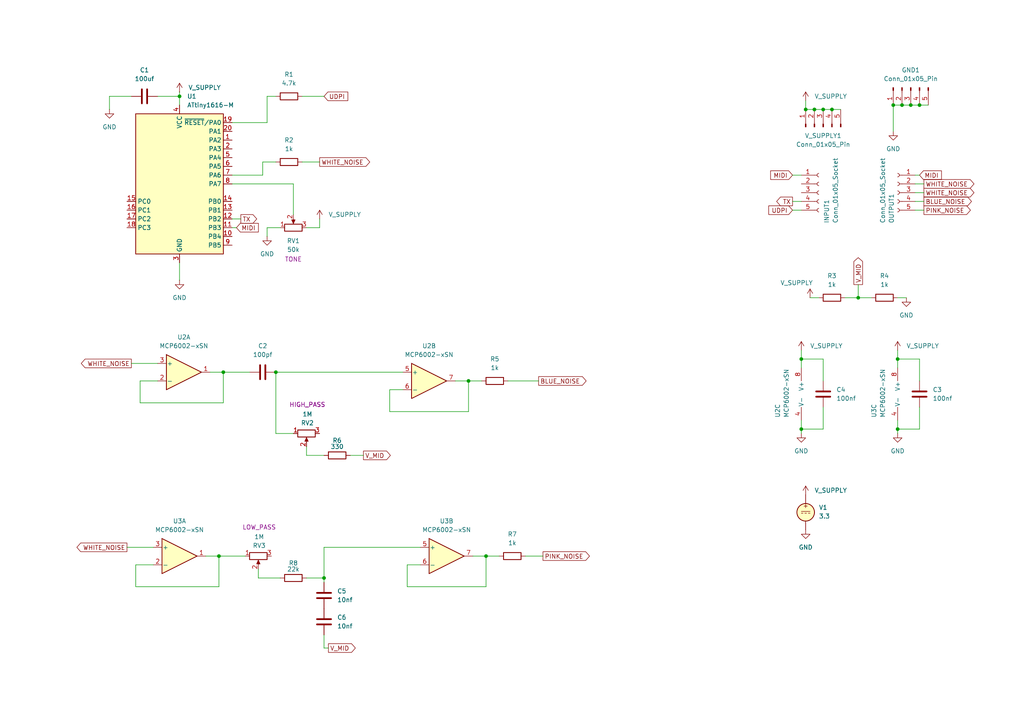
<source format=kicad_sch>
(kicad_sch (version 20231120) (generator "eeschema") (generator_version "8.0")
  (paper "A4")
  (lib_symbols
    (symbol "Amplifier_Operational:MCP6002-xSN" (pin_names (offset 0.127))
      (property "Reference" "U" (at 0 5.08 0))
      (property "Value" "MCP6002-xSN" (at 0 -5.08 0))
      (symbol "MCP6002-xSN_1_1"
        (polyline (pts (xy -5.08 5.08) (xy 5.08 0) (xy -5.08 -5.08) (xy -5.08 5.08)) (stroke (width 0.254)) (fill (type background)))
        (pin output line (at 7.62 0 180) (length 2.54) (name "~") (number "1"))
        (pin input line (at -7.62 -2.54 0) (length 2.54) (name "-") (number "2"))
        (pin input line (at -7.62 2.54 0) (length 2.54) (name "+") (number "3"))
      )
      (symbol "MCP6002-xSN_2_1"
        (polyline (pts (xy -5.08 5.08) (xy 5.08 0) (xy -5.08 -5.08) (xy -5.08 5.08)) (stroke (width 0.254)) (fill (type background)))
        (pin input line (at -7.62 2.54 0) (length 2.54) (name "+") (number "5"))
        (pin input line (at -7.62 -2.54 0) (length 2.54) (name "-") (number "6"))
        (pin output line (at 7.62 0 180) (length 2.54) (name "~") (number "7"))
      )
      (symbol "MCP6002-xSN_3_1"
        (pin power_in line (at -2.54 -7.62 90) (length 3.81) (name "V-") (number "4"))
        (pin power_in line (at -2.54 7.62 270) (length 3.81) (name "V+") (number "8"))
      )
    )
    (symbol "Connector:Conn_01x05_Pin" (pin_names (offset 1.016) hide)
      (property "Reference" "J" (at 0 7.62 0))
      (property "Value" "Conn_01x05_Pin" (at 0 -7.62 0))
      (symbol "Conn_01x05_Pin_1_1"
        (polyline (pts (xy 1.27 -5.08) (xy 0.8636 -5.08)) (stroke (width 0.1524)))
        (polyline (pts (xy 1.27 -2.54) (xy 0.8636 -2.54)) (stroke (width 0.1524)))
        (polyline (pts (xy 1.27 0) (xy 0.8636 0)) (stroke (width 0.1524)))
        (polyline (pts (xy 1.27 2.54) (xy 0.8636 2.54)) (stroke (width 0.1524)))
        (polyline (pts (xy 1.27 5.08) (xy 0.8636 5.08)) (stroke (width 0.1524)))
        (rectangle (start 0.8636 -4.953) (end 0 -5.207) (stroke (width 0.1524)) (fill (type outline)))
        (rectangle (start 0.8636 -2.413) (end 0 -2.667) (stroke (width 0.1524)) (fill (type outline)))
        (rectangle (start 0.8636 0.127) (end 0 -0.127) (stroke (width 0.1524)) (fill (type outline)))
        (rectangle (start 0.8636 2.667) (end 0 2.413) (stroke (width 0.1524)) (fill (type outline)))
        (rectangle (start 0.8636 5.207) (end 0 4.953) (stroke (width 0.1524)) (fill (type outline)))
        (pin passive line (at 5.08 5.08 180) (length 3.81) (name "Pin_1") (number "1"))
        (pin passive line (at 5.08 2.54 180) (length 3.81) (name "Pin_2") (number "2"))
        (pin passive line (at 5.08 0 180) (length 3.81) (name "Pin_3") (number "3"))
        (pin passive line (at 5.08 -2.54 180) (length 3.81) (name "Pin_4") (number "4"))
        (pin passive line (at 5.08 -5.08 180) (length 3.81) (name "Pin_5") (number "5"))
      )
    )
    (symbol "Connector:Conn_01x05_Socket" (pin_names (offset 1.016) hide)
      (property "Reference" "J" (at 0 7.62 0))
      (property "Value" "Conn_01x05_Socket" (at 0 -7.62 0))
      (symbol "Conn_01x05_Socket_1_1"
        (arc (start 0 -4.572) (mid -0.5058 -5.08) (end 0 -5.588) (stroke (width 0.1524)))
        (arc (start 0 -2.032) (mid -0.5058 -2.54) (end 0 -3.048) (stroke (width 0.1524)))
        (polyline (pts (xy -1.27 -5.08) (xy -0.508 -5.08)) (stroke (width 0.1524)))
        (polyline (pts (xy -1.27 -2.54) (xy -0.508 -2.54)) (stroke (width 0.1524)))
        (polyline (pts (xy -1.27 0) (xy -0.508 0)) (stroke (width 0.1524)))
        (polyline (pts (xy -1.27 2.54) (xy -0.508 2.54)) (stroke (width 0.1524)))
        (polyline (pts (xy -1.27 5.08) (xy -0.508 5.08)) (stroke (width 0.1524)))
        (arc (start 0 0.508) (mid -0.5058 0) (end 0 -0.508) (stroke (width 0.1524)))
        (arc (start 0 3.048) (mid -0.5058 2.54) (end 0 2.032) (stroke (width 0.1524)))
        (arc (start 0 5.588) (mid -0.5058 5.08) (end 0 4.572) (stroke (width 0.1524)))
        (pin passive line (at -5.08 5.08 0) (length 3.81) (name "Pin_1") (number "1"))
        (pin passive line (at -5.08 2.54 0) (length 3.81) (name "Pin_2") (number "2"))
        (pin passive line (at -5.08 0 0) (length 3.81) (name "Pin_3") (number "3"))
        (pin passive line (at -5.08 -2.54 0) (length 3.81) (name "Pin_4") (number "4"))
        (pin passive line (at -5.08 -5.08 0) (length 3.81) (name "Pin_5") (number "5"))
      )
    )
    (symbol "Device:C" (pin_numbers hide) (pin_names (offset 0.254))
      (property "Reference" "C" (at 0.635 2.54 0))
      (property "Value" "C" (at 0.635 -2.54 0))
      (symbol "C_0_1"
        (polyline (pts (xy -2.032 -0.762) (xy 2.032 -0.762)) (stroke (width 0.508)))
        (polyline (pts (xy -2.032 0.762) (xy 2.032 0.762)) (stroke (width 0.508)))
      )
      (symbol "C_1_1"
        (pin passive line (at 0 3.81 270) (length 2.794) (name "~") (number "1"))
        (pin passive line (at 0 -3.81 90) (length 2.794) (name "~") (number "2"))
      )
    )
    (symbol "Device:R" (pin_numbers hide) (pin_names (offset 0))
      (property "Reference" "R" (at 2.032 0 90))
      (property "Value" "R" (at 0 0 90))
      (symbol "R_0_1"
        (rectangle (start -1.016 -2.54) (end 1.016 2.54) (stroke (width 0.254)))
      )
      (symbol "R_1_1"
        (pin passive line (at 0 3.81 270) (length 1.27) (name "~") (number "1"))
        (pin passive line (at 0 -3.81 90) (length 1.27) (name "~") (number "2"))
      )
    )
    (symbol "Device:R_Potentiometer" (pin_names (offset 1.016) hide)
      (property "Reference" "RV" (at -4.445 0 90))
      (property "Value" "R_Potentiometer" (at -2.54 0 90))
      (symbol "R_Potentiometer_0_1"
        (polyline (pts (xy 2.54 0) (xy 1.524 0)))
        (polyline (pts (xy 1.143 0) (xy 2.286 0.508) (xy 2.286 -0.508) (xy 1.143 0)) (fill (type outline)))
        (rectangle (start 1.016 2.54) (end -1.016 -2.54) (stroke (width 0.254)))
      )
      (symbol "R_Potentiometer_1_1"
        (pin passive line (at 0 3.81 270) (length 1.27) (name "1") (number "1"))
        (pin passive line (at 3.81 0 180) (length 1.27) (name "2") (number "2"))
        (pin passive line (at 0 -3.81 90) (length 1.27) (name "3") (number "3"))
      )
    )
    (symbol "MCU_Microchip_ATtiny:ATtiny1616-M"
      (property "Reference" "U" (at -12.7 21.59 0))
      (property "Value" "ATtiny1616-M" (at 2.54 -21.59 0))
      (symbol "ATtiny1616-M_0_1"
        (rectangle (start -12.7 -20.32) (end 12.7 20.32) (stroke (width 0.254)) (fill (type background)))
      )
      (symbol "ATtiny1616-M_1_1"
        (pin bidirectional line (at 15.24 12.7 180) (length 2.54) (name "PA2") (number "1"))
        (pin bidirectional line (at 15.24 -15.24 180) (length 2.54) (name "PB4") (number "10"))
        (pin bidirectional line (at 15.24 -12.7 180) (length 2.54) (name "PB3") (number "11"))
        (pin bidirectional line (at 15.24 -10.16 180) (length 2.54) (name "PB2") (number "12"))
        (pin bidirectional line (at 15.24 -7.62 180) (length 2.54) (name "PB1") (number "13"))
        (pin bidirectional line (at 15.24 -5.08 180) (length 2.54) (name "PB0") (number "14"))
        (pin bidirectional line (at -15.24 -5.08 0) (length 2.54) (name "PC0") (number "15"))
        (pin bidirectional line (at -15.24 -7.62 0) (length 2.54) (name "PC1") (number "16"))
        (pin bidirectional line (at -15.24 -10.16 0) (length 2.54) (name "PC2") (number "17"))
        (pin bidirectional line (at -15.24 -12.7 0) (length 2.54) (name "PC3") (number "18"))
        (pin bidirectional line (at 15.24 17.78 180) (length 2.54) (name "~{RESET}/PA0") (number "19"))
        (pin bidirectional line (at 15.24 10.16 180) (length 2.54) (name "PA3") (number "2"))
        (pin bidirectional line (at 15.24 15.24 180) (length 2.54) (name "PA1") (number "20"))
        (pin passive line (at 0 -22.86 90) (length 2.54) hide (name "GND") (number "21"))
        (pin power_in line (at 0 -22.86 90) (length 2.54) (name "GND") (number "3"))
        (pin power_in line (at 0 22.86 270) (length 2.54) (name "VCC") (number "4"))
        (pin bidirectional line (at 15.24 7.62 180) (length 2.54) (name "PA4") (number "5"))
        (pin bidirectional line (at 15.24 5.08 180) (length 2.54) (name "PA5") (number "6"))
        (pin bidirectional line (at 15.24 2.54 180) (length 2.54) (name "PA6") (number "7"))
        (pin bidirectional line (at 15.24 0 180) (length 2.54) (name "PA7") (number "8"))
        (pin bidirectional line (at 15.24 -17.78 180) (length 2.54) (name "PB5") (number "9"))
      )
    )
    (symbol "Simulation_SPICE:VDC" (pin_numbers hide) (pin_names (offset 0.0254))
      (property "Reference" "V" (at 2.54 2.54 0))
      (property "Value" "1" (at 2.54 0 0))
      (symbol "VDC_0_0"
        (polyline (pts (xy -1.27 0.254) (xy 1.27 0.254)))
        (polyline (pts (xy -0.762 -0.254) (xy -1.27 -0.254)))
        (polyline (pts (xy 0.254 -0.254) (xy -0.254 -0.254)))
        (polyline (pts (xy 1.27 -0.254) (xy 0.762 -0.254)))
        (text "+" (at 0 1.905 0) (effects (font (size 1.27 1.27))))
      )
      (symbol "VDC_0_1"
        (circle (center 0 0) (radius 2.54) (stroke (width 0.254)) (fill (type background)))
      )
      (symbol "VDC_1_1"
        (pin passive line (at 0 5.08 270) (length 2.54) (name "~") (number "1"))
        (pin passive line (at 0 -5.08 90) (length 2.54) (name "~") (number "2"))
      )
    )
    (symbol "power:+5V" (power) (pin_numbers hide) (pin_names (offset 0) hide)
      (property "Value" "+5V" (at 0 3.556 0))
      (symbol "+5V_0_1"
        (polyline (pts (xy -0.762 1.27) (xy 0 2.54)))
        (polyline (pts (xy 0 0) (xy 0 2.54)))
        (polyline (pts (xy 0 2.54) (xy 0.762 1.27)))
      )
      (symbol "+5V_1_1"
        (pin power_in line (at 0 0 90) (length 0) (name "~") (number "1"))
      )
    )
    (symbol "power:GND" (power) (pin_numbers hide) (pin_names (offset 0) hide)
      (property "Value" "GND" (at 0 -3.81 0))
      (symbol "GND_0_1"
        (polyline (pts (xy 0 0) (xy 0 -1.27) (xy 1.27 -1.27) (xy 0 -2.54) (xy -1.27 -1.27) (xy 0 -1.27)))
      )
      (symbol "GND_1_1"
        (pin power_in line (at 0 0 270) (length 0) (name "~") (number "1"))
      )
    )
  )
  (junction (at 52.07 27.94))
  (junction (at 140.97 161.29))
  (junction (at 236.22 31.75))
  (junction (at 260.35 124.46))
  (junction (at 261.62 30.48))
  (junction (at 233.68 31.75))
  (junction (at 80.01 107.95))
  (junction (at 241.3 31.75))
  (junction (at 260.35 104.14))
  (junction (at 266.7 30.48))
  (junction (at 248.92 86.36))
  (junction (at 63.5 161.29))
  (junction (at 232.41 124.46))
  (junction (at 64.77 107.95))
  (junction (at 264.16 30.48))
  (junction (at 135.89 110.49))
  (junction (at 238.76 31.75))
  (junction (at 232.41 104.14))
  (junction (at 93.98 167.64))
  (junction (at 259.08 30.48))
  (wire (pts (xy 38.1 27.94) (xy 31.75 27.94)))
  (wire (pts (xy 260.35 124.46) (xy 260.35 125.73)))
  (wire (pts (xy 266.7 110.49) (xy 266.7 104.14)))
  (wire (pts (xy 74.93 167.64) (xy 74.93 165.1)))
  (wire (pts (xy 81.28 167.64) (xy 74.93 167.64)))
  (wire (pts (xy 229.87 50.8) (xy 232.41 50.8)))
  (wire (pts (xy 118.11 163.83) (xy 121.92 163.83)))
  (wire (pts (xy 64.77 107.95) (xy 64.77 116.84)))
  (wire (pts (xy 238.76 124.46) (xy 232.41 124.46)))
  (wire (pts (xy 265.43 50.8) (xy 266.7 50.8)))
  (wire (pts (xy 140.97 161.29) (xy 140.97 170.18)))
  (wire (pts (xy 80.01 46.99) (xy 76.2 46.99)))
  (wire (pts (xy 241.3 31.75) (xy 243.84 31.75)))
  (wire (pts (xy 260.35 121.92) (xy 260.35 124.46)))
  (wire (pts (xy 266.7 104.14) (xy 260.35 104.14)))
  (wire (pts (xy 233.68 31.75) (xy 236.22 31.75)))
  (wire (pts (xy 60.96 107.95) (xy 64.77 107.95)))
  (wire (pts (xy 121.92 158.75) (xy 93.98 158.75)))
  (wire (pts (xy 260.35 101.6) (xy 260.35 104.14)))
  (wire (pts (xy 38.1 105.41) (xy 45.72 105.41)))
  (wire (pts (xy 101.6 132.08) (xy 105.41 132.08)))
  (wire (pts (xy 77.47 66.04) (xy 77.47 68.58)))
  (wire (pts (xy 113.03 119.38) (xy 113.03 113.03)))
  (wire (pts (xy 80.01 125.73) (xy 80.01 107.95)))
  (wire (pts (xy 67.31 53.34) (xy 85.09 53.34)))
  (wire (pts (xy 39.37 170.18) (xy 39.37 163.83)))
  (wire (pts (xy 266.7 30.48) (xy 269.24 30.48)))
  (wire (pts (xy 52.07 27.94) (xy 52.07 30.48)))
  (wire (pts (xy 63.5 170.18) (xy 39.37 170.18)))
  (wire (pts (xy 76.2 50.8) (xy 67.31 50.8)))
  (wire (pts (xy 248.92 82.55) (xy 248.92 86.36)))
  (wire (pts (xy 248.92 86.36) (xy 252.73 86.36)))
  (wire (pts (xy 80.01 125.73) (xy 85.09 125.73)))
  (wire (pts (xy 266.7 124.46) (xy 260.35 124.46)))
  (wire (pts (xy 238.76 31.75) (xy 241.3 31.75)))
  (wire (pts (xy 118.11 170.18) (xy 118.11 163.83)))
  (wire (pts (xy 80.01 107.95) (xy 116.84 107.95)))
  (wire (pts (xy 76.2 46.99) (xy 76.2 50.8)))
  (wire (pts (xy 232.41 104.14) (xy 232.41 106.68)))
  (wire (pts (xy 93.98 184.15) (xy 93.98 187.96)))
  (wire (pts (xy 93.98 187.96) (xy 95.25 187.96)))
  (wire (pts (xy 135.89 119.38) (xy 113.03 119.38)))
  (wire (pts (xy 259.08 30.48) (xy 261.62 30.48)))
  (wire (pts (xy 262.89 86.36) (xy 260.35 86.36)))
  (wire (pts (xy 88.9 66.04) (xy 92.71 66.04)))
  (wire (pts (xy 77.47 35.56) (xy 67.31 35.56)))
  (wire (pts (xy 259.08 30.48) (xy 259.08 38.1)))
  (wire (pts (xy 232.41 101.6) (xy 232.41 104.14)))
  (wire (pts (xy 234.95 86.36) (xy 237.49 86.36)))
  (wire (pts (xy 260.35 104.14) (xy 260.35 106.68)))
  (wire (pts (xy 233.68 31.75) (xy 233.68 29.21)))
  (wire (pts (xy 36.83 158.75) (xy 44.45 158.75)))
  (wire (pts (xy 77.47 27.94) (xy 77.47 35.56)))
  (wire (pts (xy 77.47 27.94) (xy 80.01 27.94)))
  (wire (pts (xy 144.78 161.29) (xy 140.97 161.29)))
  (wire (pts (xy 238.76 104.14) (xy 232.41 104.14)))
  (wire (pts (xy 265.43 58.42) (xy 267.97 58.42)))
  (wire (pts (xy 88.9 129.54) (xy 88.9 132.08)))
  (wire (pts (xy 87.63 46.99) (xy 92.71 46.99)))
  (wire (pts (xy 52.07 26.67) (xy 52.07 27.94)))
  (wire (pts (xy 45.72 27.94) (xy 52.07 27.94)))
  (wire (pts (xy 147.32 110.49) (xy 156.21 110.49)))
  (wire (pts (xy 64.77 107.95) (xy 72.39 107.95)))
  (wire (pts (xy 52.07 76.2) (xy 52.07 81.28)))
  (wire (pts (xy 264.16 30.48) (xy 266.7 30.48)))
  (wire (pts (xy 232.41 121.92) (xy 232.41 124.46)))
  (wire (pts (xy 64.77 116.84) (xy 40.64 116.84)))
  (wire (pts (xy 85.09 53.34) (xy 85.09 62.23)))
  (wire (pts (xy 92.71 66.04) (xy 92.71 63.5)))
  (wire (pts (xy 63.5 161.29) (xy 63.5 170.18)))
  (wire (pts (xy 67.31 63.5) (xy 69.85 63.5)))
  (wire (pts (xy 39.37 163.83) (xy 44.45 163.83)))
  (wire (pts (xy 31.75 27.94) (xy 31.75 31.75)))
  (wire (pts (xy 88.9 167.64) (xy 93.98 167.64)))
  (wire (pts (xy 59.69 161.29) (xy 63.5 161.29)))
  (wire (pts (xy 265.43 55.88) (xy 267.97 55.88)))
  (wire (pts (xy 87.63 27.94) (xy 93.98 27.94)))
  (wire (pts (xy 236.22 31.75) (xy 238.76 31.75)))
  (wire (pts (xy 265.43 60.96) (xy 267.97 60.96)))
  (wire (pts (xy 88.9 132.08) (xy 93.98 132.08)))
  (wire (pts (xy 265.43 53.34) (xy 267.97 53.34)))
  (wire (pts (xy 266.7 118.11) (xy 266.7 124.46)))
  (wire (pts (xy 245.11 86.36) (xy 248.92 86.36)))
  (wire (pts (xy 135.89 110.49) (xy 135.89 119.38)))
  (wire (pts (xy 229.87 60.96) (xy 232.41 60.96)))
  (wire (pts (xy 140.97 170.18) (xy 118.11 170.18)))
  (wire (pts (xy 40.64 116.84) (xy 40.64 110.49)))
  (wire (pts (xy 137.16 161.29) (xy 140.97 161.29)))
  (wire (pts (xy 67.31 66.04) (xy 68.58 66.04)))
  (wire (pts (xy 113.03 113.03) (xy 116.84 113.03)))
  (wire (pts (xy 40.64 110.49) (xy 45.72 110.49)))
  (wire (pts (xy 93.98 158.75) (xy 93.98 167.64)))
  (wire (pts (xy 132.08 110.49) (xy 135.89 110.49)))
  (wire (pts (xy 238.76 110.49) (xy 238.76 104.14)))
  (wire (pts (xy 63.5 161.29) (xy 71.12 161.29)))
  (wire (pts (xy 93.98 167.64) (xy 93.98 168.91)))
  (wire (pts (xy 152.4 161.29) (xy 157.48 161.29)))
  (wire (pts (xy 135.89 110.49) (xy 139.7 110.49)))
  (wire (pts (xy 229.87 58.42) (xy 232.41 58.42)))
  (wire (pts (xy 81.28 66.04) (xy 77.47 66.04)))
  (wire (pts (xy 261.62 30.48) (xy 264.16 30.48)))
  (wire (pts (xy 238.76 118.11) (xy 238.76 124.46)))
  (wire (pts (xy 232.41 124.46) (xy 232.41 125.73)))
  (global_label "WHITE_NOISE" (shape output) (at 92.71 46.99 0) (property "Intersheetrefs" "${INTERSHEET_REFS}" (effects (hide yes))))
  (global_label "WHITE_NOISE" (shape output) (at 36.83 158.75 180) (property "Intersheetrefs" "${INTERSHEET_REFS}" (effects (hide yes))))
  (global_label "WHITE_NOISE" (shape output) (at 267.97 55.88 0) (property "Intersheetrefs" "${INTERSHEET_REFS}" (effects (hide yes))))
  (global_label "PINK_NOISE" (shape output) (at 267.97 60.96 0) (property "Intersheetrefs" "${INTERSHEET_REFS}" (effects (hide yes))))
  (global_label "WHITE_NOISE" (shape output) (at 38.1 105.41 180) (property "Intersheetrefs" "${INTERSHEET_REFS}" (effects (hide yes))))
  (global_label "V_MID" (shape output) (at 105.41 132.08 0) (property "Intersheetrefs" "${INTERSHEET_REFS}" (effects (hide yes))))
  (global_label "BLUE_NOISE" (shape output) (at 267.97 58.42 0) (property "Intersheetrefs" "${INTERSHEET_REFS}" (effects (hide yes))))
  (global_label "UDPI" (shape input) (at 93.98 27.94 0) (property "Intersheetrefs" "${INTERSHEET_REFS}" (effects (hide yes))))
  (global_label "WHITE_NOISE" (shape output) (at 267.97 53.34 0) (property "Intersheetrefs" "${INTERSHEET_REFS}" (effects (hide yes))))
  (global_label "TX" (shape output) (at 229.87 58.42 180) (property "Intersheetrefs" "${INTERSHEET_REFS}" (effects (hide yes))))
  (global_label "V_MID" (shape output) (at 95.25 187.96 0) (property "Intersheetrefs" "${INTERSHEET_REFS}" (effects (hide yes))))
  (global_label "MIDI" (shape input) (at 266.7 50.8 0) (property "Intersheetrefs" "${INTERSHEET_REFS}" (effects (hide yes))))
  (global_label "TX" (shape output) (at 69.85 63.5 0) (property "Intersheetrefs" "${INTERSHEET_REFS}" (effects (hide yes))))
  (global_label "BLUE_NOISE" (shape output) (at 156.21 110.49 0) (property "Intersheetrefs" "${INTERSHEET_REFS}" (effects (hide yes))))
  (global_label "MIDI" (shape input) (at 229.87 50.8 180) (property "Intersheetrefs" "${INTERSHEET_REFS}" (effects (hide yes))))
  (global_label "MIDI" (shape input) (at 68.58 66.04 0) (property "Intersheetrefs" "${INTERSHEET_REFS}" (effects (hide yes))))
  (global_label "V_MID" (shape output) (at 248.92 82.55 90) (property "Intersheetrefs" "${INTERSHEET_REFS}" (effects (hide yes))))
  (global_label "UDPI" (shape input) (at 229.87 60.96 180) (property "Intersheetrefs" "${INTERSHEET_REFS}" (effects (hide yes))))
  (global_label "PINK_NOISE" (shape output) (at 157.48 161.29 0) (property "Intersheetrefs" "${INTERSHEET_REFS}" (effects (hide yes))))
  (symbol (lib_id "Device:R") (at 241.3 86.36 90) (unit 1)
    (property "Reference" "R3" (at 241.3 80.01 90))
    (property "Value" "1k" (at 241.3 82.55 90))
    (property "Footprint" "Resistor_SMD:R_0402_1005Metric" (effects (hide yes)))
    (property "Description" "Resistor" (effects (hide yes)))
  )
  (symbol (lib_id "Device:R") (at 97.79 132.08 90) (unit 1)
    (property "Reference" "R6" (at 97.79 127.762 90))
    (property "Value" "330" (at 97.79 129.54 90))
    (property "Footprint" "Resistor_SMD:R_0402_1005Metric" (effects (hide yes)))
    (property "Description" "Resistor" (effects (hide yes)))
  )
  (symbol (lib_id "Simulation_SPICE:VDC") (at 233.68 148.59 0) (unit 1) (on_board no)
    (property "Reference" "V1" (at 237.49 147.1901 0) (effects (justify left)))
    (property "Value" "3.3" (at 237.49 149.7301 0) (effects (justify left)))
    (property "Datasheet" "https://ngspice.sourceforge.io/docs/ngspice-html-manual/manual.xhtml#sec_Independent_Sources_for" (effects (hide yes)))
    (property "Description" "Voltage source, DC" (effects (hide yes)))
    (property "Sim.Pins" "1=+ 2=-" (effects (hide yes)))
    (property "Sim.Type" "DC" (effects (hide yes)))
    (property "Sim.Device" "V" (effects (hide yes)))
  )
  (symbol (lib_id "Device:R_Potentiometer") (at 88.9 125.73 90) (mirror x) (unit 1)
    (property "Reference" "RV2" (at 89.154 122.682 90))
    (property "Value" "1M" (at 89.154 120.142 90))
    (property "Footprint" "BreadModular_Pots:Potentiometer_RV09" (effects (hide yes)))
    (property "Description" "Potentiometer" (effects (hide yes)))
    (property "Comment" "HIGH_PASS" (at 89.154 117.348 90))
  )
  (symbol (lib_id "Connector:Conn_01x05_Pin") (at 238.76 36.83 90) (unit 1) (exclude_from_sim yes)
    (property "Reference" "V_SUPPLY1" (at 238.76 39.37 90))
    (property "Value" "Conn_01x05_Pin" (at 238.76 41.91 90))
    (property "Footprint" "BreadModular_MISC:Power_Connector" (effects (hide yes)))
    (property "Description" "Generic connector, single row, 01x05, script generated" (effects (hide yes)))
  )
  (symbol (lib_id "power:GND") (at 77.47 68.58 0) (unit 1)
    (property "Reference" "#PWR06" (effects (hide yes)))
    (property "Value" "GND" (at 77.47 73.66 0))
    (property "Description" "Power symbol creates a global label with name \"GND\" , ground" (effects (hide yes)))
  )
  (symbol (lib_id "Device:R") (at 83.82 46.99 90) (unit 1)
    (property "Reference" "R2" (at 83.82 40.64 90))
    (property "Value" "1k" (at 83.82 43.18 90))
    (property "Footprint" "Resistor_SMD:R_0402_1005Metric" (effects (hide yes)))
    (property "Description" "Resistor" (effects (hide yes)))
  )
  (symbol (lib_id "Amplifier_Operational:MCP6002-xSN") (at 124.46 110.49 0) (unit 2)
    (property "Reference" "U2" (at 124.46 100.33 0))
    (property "Value" "MCP6002-xSN" (at 124.46 102.87 0))
    (property "Footprint" "Package_SO:SOIC-8-1EP_3.9x4.9mm_P1.27mm_EP2.29x3mm" (effects (hide yes)))
    (property "Datasheet" "http://ww1.microchip.com/downloads/en/DeviceDoc/21733j.pdf" (effects (hide yes)))
    (property "Description" "1MHz, Low-Power Op Amp, SOIC-8" (effects (hide yes)))
  )
  (symbol (lib_id "power:+5V") (at 233.68 143.51 0) (unit 1)
    (property "Reference" "#PWR014" (effects (hide yes)))
    (property "Value" "V_SUPPLY" (at 236.22 142.2399 0) (effects (justify left)))
    (property "Description" "Power symbol creates a global label with name \"+5V\"" (effects (hide yes)))
  )
  (symbol (lib_id "Device:R") (at 148.59 161.29 90) (unit 1)
    (property "Reference" "R7" (at 148.59 154.94 90))
    (property "Value" "1k" (at 148.59 157.48 90))
    (property "Footprint" "Resistor_SMD:R_0402_1005Metric" (effects (hide yes)))
    (property "Description" "Resistor" (effects (hide yes)))
  )
  (symbol (lib_id "Amplifier_Operational:MCP6002-xSN") (at 53.34 107.95 0) (unit 1)
    (property "Reference" "U2" (at 53.34 97.79 0))
    (property "Value" "MCP6002-xSN" (at 53.34 100.33 0))
    (property "Footprint" "Package_SO:SOIC-8-1EP_3.9x4.9mm_P1.27mm_EP2.29x3mm" (effects (hide yes)))
    (property "Datasheet" "http://ww1.microchip.com/downloads/en/DeviceDoc/21733j.pdf" (effects (hide yes)))
    (property "Description" "1MHz, Low-Power Op Amp, SOIC-8" (effects (hide yes)))
  )
  (symbol (lib_id "MCU_Microchip_ATtiny:ATtiny1616-M") (at 52.07 53.34 0) (unit 1)
    (property "Reference" "U1" (at 54.2641 27.94 0) (effects (justify left)))
    (property "Value" "ATtiny1616-M" (at 54.2641 30.48 0) (effects (justify left)))
    (property "Footprint" "Package_DFN_QFN:VQFN-20-1EP_3x3mm_P0.4mm_EP1.7x1.7mm" (effects (hide yes)))
    (property "Datasheet" "http://ww1.microchip.com/downloads/en/DeviceDoc/ATtiny3216_ATtiny1616-data-sheet-40001997B.pdf" (effects (hide yes)))
    (property "Description" "20MHz, 16kB Flash, 2kB SRAM, 256B EEPROM, VQFN-20" (effects (hide yes)))
  )
  (symbol (lib_id "power:+5V") (at 233.68 29.21 0) (unit 1)
    (property "Reference" "#PWR02" (effects (hide yes)))
    (property "Value" "V_SUPPLY" (at 236.22 27.9399 0) (effects (justify left)))
    (property "Description" "Power symbol creates a global label with name \"+5V\"" (effects (hide yes)))
  )
  (symbol (lib_id "Device:C") (at 76.2 107.95 90) (unit 1)
    (property "Reference" "C2" (at 76.2 100.33 90))
    (property "Value" "100pf" (at 76.2 102.87 90))
    (property "Footprint" "Capacitor_SMD:C_0402_1005Metric" (effects (hide yes)))
    (property "Description" "Unpolarized capacitor" (effects (hide yes)))
  )
  (symbol (lib_id "power:GND") (at 259.08 38.1 0) (unit 1)
    (property "Reference" "#PWR04" (effects (hide yes)))
    (property "Value" "GND" (at 259.08 43.18 0))
    (property "Description" "Power symbol creates a global label with name \"GND\" , ground" (effects (hide yes)))
  )
  (symbol (lib_id "Device:C") (at 238.76 114.3 180) (unit 1)
    (property "Reference" "C4" (at 242.57 113.0299 0) (effects (justify right)))
    (property "Value" "100nf" (at 242.57 115.5699 0) (effects (justify right)))
    (property "Footprint" "Capacitor_SMD:C_0402_1005Metric" (effects (hide yes)))
    (property "Description" "Unpolarized capacitor" (effects (hide yes)))
  )
  (symbol (lib_id "Device:R") (at 83.82 27.94 90) (unit 1)
    (property "Reference" "R1" (at 83.82 21.59 90))
    (property "Value" "4.7k" (at 83.82 24.13 90))
    (property "Footprint" "Resistor_SMD:R_0402_1005Metric" (effects (hide yes)))
    (property "Description" "Resistor" (effects (hide yes)))
  )
  (symbol (lib_id "power:GND") (at 232.41 125.73 0) (unit 1)
    (property "Reference" "#PWR013" (effects (hide yes)))
    (property "Value" "GND" (at 232.41 130.81 0))
    (property "Description" "Power symbol creates a global label with name \"GND\" , ground" (effects (hide yes)))
  )
  (symbol (lib_id "Amplifier_Operational:MCP6002-xSN") (at 262.89 114.3 0) (unit 3)
    (property "Reference" "U3" (at 253.492 121.158 90) (effects (justify left)))
    (property "Value" "MCP6002-xSN" (at 256.032 121.158 90) (effects (justify left)))
    (property "Footprint" "Package_SO:SOIC-8-1EP_3.9x4.9mm_P1.27mm_EP2.29x3mm" (effects (hide yes)))
    (property "Datasheet" "http://ww1.microchip.com/downloads/en/DeviceDoc/21733j.pdf" (effects (hide yes)))
    (property "Description" "1MHz, Low-Power Op Amp, SOIC-8" (effects (hide yes)))
  )
  (symbol (lib_id "Device:R_Potentiometer") (at 85.09 66.04 90) (unit 1)
    (property "Reference" "RV1" (at 85.09 69.85 90))
    (property "Value" "50k" (at 85.09 72.39 90))
    (property "Footprint" "BreadModular_Pots:Potentiometer_RV09" (effects (hide yes)))
    (property "Description" "Potentiometer" (effects (hide yes)))
    (property "Comment" "TONE" (at 85.09 75.184 90))
  )
  (symbol (lib_id "power:GND") (at 260.35 125.73 0) (unit 1)
    (property "Reference" "#PWR012" (effects (hide yes)))
    (property "Value" "GND" (at 260.35 130.81 0))
    (property "Description" "Power symbol creates a global label with name \"GND\" , ground" (effects (hide yes)))
  )
  (symbol (lib_id "Amplifier_Operational:MCP6002-xSN") (at 129.54 161.29 0) (unit 2)
    (property "Reference" "U3" (at 129.54 151.13 0))
    (property "Value" "MCP6002-xSN" (at 129.54 153.67 0))
    (property "Footprint" "Package_SO:SOIC-8-1EP_3.9x4.9mm_P1.27mm_EP2.29x3mm" (effects (hide yes)))
    (property "Datasheet" "http://ww1.microchip.com/downloads/en/DeviceDoc/21733j.pdf" (effects (hide yes)))
    (property "Description" "1MHz, Low-Power Op Amp, SOIC-8" (effects (hide yes)))
  )
  (symbol (lib_id "power:GND") (at 233.68 153.67 0) (unit 1)
    (property "Reference" "#PWR015" (effects (hide yes)))
    (property "Value" "GND" (at 233.68 158.75 0))
    (property "Description" "Power symbol creates a global label with name \"GND\" , ground" (effects (hide yes)))
  )
  (symbol (lib_id "power:+5V") (at 260.35 101.6 0) (unit 1)
    (property "Reference" "#PWR010" (effects (hide yes)))
    (property "Value" "V_SUPPLY" (at 262.89 100.3299 0) (effects (justify left)))
    (property "Description" "Power symbol creates a global label with name \"+5V\"" (effects (hide yes)))
  )
  (symbol (lib_id "power:GND") (at 31.75 31.75 0) (unit 1)
    (property "Reference" "#PWR03" (effects (hide yes)))
    (property "Value" "GND" (at 31.75 36.83 0))
    (property "Description" "Power symbol creates a global label with name \"GND\" , ground" (effects (hide yes)))
  )
  (symbol (lib_id "Amplifier_Operational:MCP6002-xSN") (at 234.95 114.3 0) (unit 3)
    (property "Reference" "U2" (at 225.552 121.158 90) (effects (justify left)))
    (property "Value" "MCP6002-xSN" (at 228.092 121.158 90) (effects (justify left)))
    (property "Footprint" "Package_SO:SOIC-8-1EP_3.9x4.9mm_P1.27mm_EP2.29x3mm" (effects (hide yes)))
    (property "Datasheet" "http://ww1.microchip.com/downloads/en/DeviceDoc/21733j.pdf" (effects (hide yes)))
    (property "Description" "1MHz, Low-Power Op Amp, SOIC-8" (effects (hide yes)))
  )
  (symbol (lib_id "Connector:Conn_01x05_Socket") (at 260.35 55.88 0) (mirror y) (unit 1) (exclude_from_sim yes)
    (property "Reference" "OUTPUT1" (at 258.572 64.77 90) (effects (justify left)))
    (property "Value" "Conn_01x05_Socket" (at 256.032 64.77 90) (effects (justify left)))
    (property "Footprint" "Connector_PinSocket_2.54mm:PinSocket_1x05_P2.54mm_Vertical" (effects (hide yes)))
    (property "Description" "Generic connector, single row, 01x05, script generated" (effects (hide yes)))
  )
  (symbol (lib_id "Device:C") (at 93.98 180.34 180) (unit 1)
    (property "Reference" "C6" (at 97.79 179.0699 0) (effects (justify right)))
    (property "Value" "10nf" (at 97.79 181.6099 0) (effects (justify right)))
    (property "Footprint" "Capacitor_SMD:C_0402_1005Metric" (effects (hide yes)))
    (property "Description" "Unpolarized capacitor" (effects (hide yes)))
  )
  (symbol (lib_id "Device:R") (at 143.51 110.49 90) (unit 1)
    (property "Reference" "R5" (at 143.51 104.14 90))
    (property "Value" "1k" (at 143.51 106.68 90))
    (property "Footprint" "Resistor_SMD:R_0402_1005Metric" (effects (hide yes)))
    (property "Description" "Resistor" (effects (hide yes)))
  )
  (symbol (lib_id "Amplifier_Operational:MCP6002-xSN") (at 52.07 161.29 0) (unit 1)
    (property "Reference" "U3" (at 52.07 151.13 0))
    (property "Value" "MCP6002-xSN" (at 52.07 153.67 0))
    (property "Footprint" "Package_SO:SOIC-8-1EP_3.9x4.9mm_P1.27mm_EP2.29x3mm" (effects (hide yes)))
    (property "Datasheet" "http://ww1.microchip.com/downloads/en/DeviceDoc/21733j.pdf" (effects (hide yes)))
    (property "Description" "1MHz, Low-Power Op Amp, SOIC-8" (effects (hide yes)))
  )
  (symbol (lib_id "Device:C") (at 266.7 114.3 180) (unit 1)
    (property "Reference" "C3" (at 270.51 113.0299 0) (effects (justify right)))
    (property "Value" "100nf" (at 270.51 115.5699 0) (effects (justify right)))
    (property "Footprint" "Capacitor_SMD:C_0402_1005Metric" (effects (hide yes)))
    (property "Description" "Unpolarized capacitor" (effects (hide yes)))
  )
  (symbol (lib_id "Device:R_Potentiometer") (at 74.93 161.29 90) (mirror x) (unit 1)
    (property "Reference" "RV3" (at 75.184 158.242 90))
    (property "Value" "1M" (at 75.184 155.702 90))
    (property "Footprint" "BreadModular_Pots:Potentiometer_RV09" (effects (hide yes)))
    (property "Description" "Potentiometer" (effects (hide yes)))
    (property "Comment" "LOW_PASS" (at 75.184 152.908 90))
  )
  (symbol (lib_id "power:GND") (at 262.89 86.36 0) (unit 1)
    (property "Reference" "#PWR09" (effects (hide yes)))
    (property "Value" "GND" (at 262.89 91.44 0))
    (property "Description" "Power symbol creates a global label with name \"GND\" , ground" (effects (hide yes)))
  )
  (symbol (lib_id "power:+5V") (at 92.71 63.5 0) (unit 1)
    (property "Reference" "#PWR05" (effects (hide yes)))
    (property "Value" "V_SUPPLY" (at 95.25 62.2299 0) (effects (justify left)))
    (property "Description" "Power symbol creates a global label with name \"+5V\"" (effects (hide yes)))
  )
  (symbol (lib_id "power:+5V") (at 232.41 101.6 0) (unit 1)
    (property "Reference" "#PWR011" (effects (hide yes)))
    (property "Value" "V_SUPPLY" (at 234.95 100.3299 0) (effects (justify left)))
    (property "Description" "Power symbol creates a global label with name \"+5V\"" (effects (hide yes)))
  )
  (symbol (lib_id "Device:R") (at 256.54 86.36 90) (unit 1)
    (property "Reference" "R4" (at 256.54 80.01 90))
    (property "Value" "1k" (at 256.54 82.55 90))
    (property "Footprint" "Resistor_SMD:R_0402_1005Metric" (effects (hide yes)))
    (property "Description" "Resistor" (effects (hide yes)))
  )
  (symbol (lib_id "Connector:Conn_01x05_Socket") (at 237.49 55.88 0) (unit 1) (exclude_from_sim yes)
    (property "Reference" "INPUT1" (at 239.776 64.77 90) (effects (justify left)))
    (property "Value" "Conn_01x05_Socket" (at 242.316 64.77 90) (effects (justify left)))
    (property "Footprint" "Connector_PinSocket_2.54mm:PinSocket_1x05_P2.54mm_Vertical" (effects (hide yes)))
    (property "Description" "Generic connector, single row, 01x05, script generated" (effects (hide yes)))
  )
  (symbol (lib_id "power:GND") (at 52.07 81.28 0) (unit 1)
    (property "Reference" "#PWR07" (effects (hide yes)))
    (property "Value" "GND" (at 52.07 86.36 0))
    (property "Description" "Power symbol creates a global label with name \"GND\" , ground" (effects (hide yes)))
  )
  (symbol (lib_id "Device:C") (at 41.91 27.94 90) (unit 1)
    (property "Reference" "C1" (at 41.91 20.32 90))
    (property "Value" "100uf" (at 41.91 22.86 90))
    (property "Footprint" "Capacitor_SMD:C_1206_3216Metric" (effects (hide yes)))
    (property "Description" "Unpolarized capacitor" (effects (hide yes)))
  )
  (symbol (lib_id "Device:R") (at 85.09 167.64 90) (unit 1)
    (property "Reference" "R8" (at 85.09 163.322 90))
    (property "Value" "22k" (at 85.09 165.1 90))
    (property "Footprint" "Resistor_SMD:R_0402_1005Metric" (effects (hide yes)))
    (property "Description" "Resistor" (effects (hide yes)))
  )
  (symbol (lib_id "power:+5V") (at 52.07 26.67 0) (unit 1)
    (property "Reference" "#PWR01" (effects (hide yes)))
    (property "Value" "V_SUPPLY" (at 54.61 25.3999 0) (effects (justify left)))
    (property "Description" "Power symbol creates a global label with name \"+5V\"" (effects (hide yes)))
  )
  (symbol (lib_id "Connector:Conn_01x05_Pin") (at 264.16 25.4 90) (mirror x) (unit 1) (exclude_from_sim yes)
    (property "Reference" "GND1" (at 264.16 20.32 90))
    (property "Value" "Conn_01x05_Pin" (at 264.16 22.86 90))
    (property "Footprint" "BreadModular_MISC:Power_Connector" (effects (hide yes)))
    (property "Description" "Generic connector, single row, 01x05, script generated" (effects (hide yes)))
  )
  (symbol (lib_id "Device:C") (at 93.98 172.72 180) (unit 1)
    (property "Reference" "C5" (at 97.79 171.4499 0) (effects (justify right)))
    (property "Value" "10nf" (at 97.79 173.9899 0) (effects (justify right)))
    (property "Footprint" "Capacitor_SMD:C_0402_1005Metric" (effects (hide yes)))
    (property "Description" "Unpolarized capacitor" (effects (hide yes)))
  )
  (symbol (lib_id "power:+5V") (at 234.95 86.36 0) (unit 1)
    (property "Reference" "#PWR08" (effects (hide yes)))
    (property "Value" "V_SUPPLY" (at 226.314 82.042 0) (effects (justify left)))
    (property "Description" "Power symbol creates a global label with name \"+5V\"" (effects (hide yes)))
  )
)
</source>
